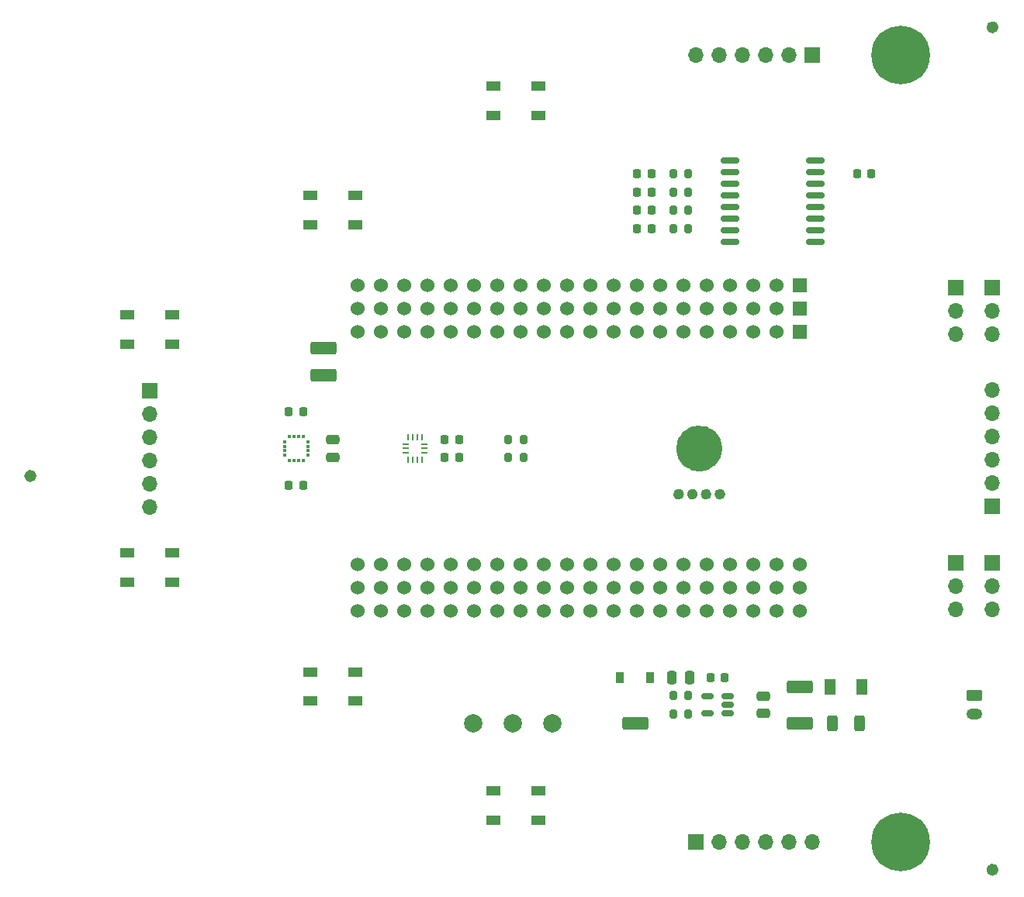
<source format=gbr>
G04 #@! TF.GenerationSoftware,KiCad,Pcbnew,(6.0.7)*
G04 #@! TF.CreationDate,2023-01-30T12:15:34-08:00*
G04 #@! TF.ProjectId,RobotDriver3,526f626f-7444-4726-9976-6572332e6b69,rev?*
G04 #@! TF.SameCoordinates,Original*
G04 #@! TF.FileFunction,Soldermask,Top*
G04 #@! TF.FilePolarity,Negative*
%FSLAX46Y46*%
G04 Gerber Fmt 4.6, Leading zero omitted, Abs format (unit mm)*
G04 Created by KiCad (PCBNEW (6.0.7)) date 2023-01-30 12:15:34*
%MOMM*%
%LPD*%
G01*
G04 APERTURE LIST*
G04 Aperture macros list*
%AMRoundRect*
0 Rectangle with rounded corners*
0 $1 Rounding radius*
0 $2 $3 $4 $5 $6 $7 $8 $9 X,Y pos of 4 corners*
0 Add a 4 corners polygon primitive as box body*
4,1,4,$2,$3,$4,$5,$6,$7,$8,$9,$2,$3,0*
0 Add four circle primitives for the rounded corners*
1,1,$1+$1,$2,$3*
1,1,$1+$1,$4,$5*
1,1,$1+$1,$6,$7*
1,1,$1+$1,$8,$9*
0 Add four rect primitives between the rounded corners*
20,1,$1+$1,$2,$3,$4,$5,0*
20,1,$1+$1,$4,$5,$6,$7,0*
20,1,$1+$1,$6,$7,$8,$9,0*
20,1,$1+$1,$8,$9,$2,$3,0*%
G04 Aperture macros list end*
%ADD10C,0.650000*%
%ADD11C,2.500000*%
%ADD12C,0.700000*%
%ADD13RoundRect,0.150000X0.512500X0.150000X-0.512500X0.150000X-0.512500X-0.150000X0.512500X-0.150000X0*%
%ADD14RoundRect,0.250000X-1.175000X-0.450000X1.175000X-0.450000X1.175000X0.450000X-1.175000X0.450000X0*%
%ADD15RoundRect,0.225000X-0.225000X-0.250000X0.225000X-0.250000X0.225000X0.250000X-0.225000X0.250000X0*%
%ADD16R,1.700000X1.700000*%
%ADD17O,1.700000X1.700000*%
%ADD18RoundRect,0.200000X-0.200000X-0.275000X0.200000X-0.275000X0.200000X0.275000X-0.200000X0.275000X0*%
%ADD19RoundRect,0.218750X0.218750X0.256250X-0.218750X0.256250X-0.218750X-0.256250X0.218750X-0.256250X0*%
%ADD20C,0.800000*%
%ADD21C,6.400000*%
%ADD22RoundRect,0.250000X0.312500X0.625000X-0.312500X0.625000X-0.312500X-0.625000X0.312500X-0.625000X0*%
%ADD23R,1.524000X1.524000*%
%ADD24C,1.524000*%
%ADD25RoundRect,0.250000X0.250000X0.475000X-0.250000X0.475000X-0.250000X-0.475000X0.250000X-0.475000X0*%
%ADD26R,1.500000X1.000000*%
%ADD27R,0.450000X0.300000*%
%ADD28R,0.300000X0.450000*%
%ADD29C,2.000000*%
%ADD30RoundRect,0.250000X-0.625000X0.350000X-0.625000X-0.350000X0.625000X-0.350000X0.625000X0.350000X0*%
%ADD31O,1.750000X1.200000*%
%ADD32R,1.300000X1.700000*%
%ADD33C,1.152000*%
%ADD34RoundRect,0.200000X0.200000X0.275000X-0.200000X0.275000X-0.200000X-0.275000X0.200000X-0.275000X0*%
%ADD35RoundRect,0.150000X-0.875000X-0.150000X0.875000X-0.150000X0.875000X0.150000X-0.875000X0.150000X0*%
%ADD36RoundRect,0.250000X0.475000X-0.250000X0.475000X0.250000X-0.475000X0.250000X-0.475000X-0.250000X0*%
%ADD37R,0.900000X1.200000*%
%ADD38R,0.250000X0.675000*%
%ADD39R,0.675000X0.250000*%
G04 APERTURE END LIST*
D10*
X87325000Y-63000000D02*
G75*
G03*
X87325000Y-63000000I-325000J0D01*
G01*
D11*
X161250000Y-60000000D02*
G75*
G03*
X161250000Y-60000000I-1250000J0D01*
G01*
D10*
X192325000Y-106000000D02*
G75*
G03*
X192325000Y-106000000I-325000J0D01*
G01*
X192325000Y-14000000D02*
G75*
G03*
X192325000Y-14000000I-325000J0D01*
G01*
D12*
X158000000Y-65000000D02*
G75*
G03*
X158000000Y-65000000I-250000J0D01*
G01*
X159500000Y-65000000D02*
G75*
G03*
X159500000Y-65000000I-250000J0D01*
G01*
X162500000Y-65000000D02*
G75*
G03*
X162500000Y-65000000I-250000J0D01*
G01*
X161000000Y-65000000D02*
G75*
G03*
X161000000Y-65000000I-250000J0D01*
G01*
D13*
X163137500Y-88950000D03*
X163137500Y-88000000D03*
X163137500Y-87050000D03*
X160862500Y-87050000D03*
X160862500Y-88950000D03*
D14*
X171000000Y-86000000D03*
D15*
X115225000Y-64000000D03*
X116775000Y-64000000D03*
D14*
X119000000Y-49000000D03*
D16*
X187975000Y-42475000D03*
D17*
X187975000Y-45015000D03*
X187975000Y-47555000D03*
D18*
X139175000Y-59000000D03*
X140825000Y-59000000D03*
X139175000Y-61000000D03*
X140825000Y-61000000D03*
D19*
X162787500Y-85000000D03*
X161212500Y-85000000D03*
D15*
X132225000Y-59000000D03*
X133775000Y-59000000D03*
D20*
X183697056Y-101302944D03*
D21*
X182000000Y-103000000D03*
D20*
X182000000Y-100600000D03*
X183697056Y-104697056D03*
X184400000Y-103000000D03*
X180302944Y-101302944D03*
X179600000Y-103000000D03*
X180302944Y-104697056D03*
X182000000Y-105400000D03*
D22*
X177462500Y-90000000D03*
X174537500Y-90000000D03*
D18*
X157175000Y-34000000D03*
X158825000Y-34000000D03*
D23*
X171020000Y-47300000D03*
X171020000Y-44760000D03*
X171020000Y-42220000D03*
D24*
X168480000Y-47300000D03*
X168480000Y-42220000D03*
X168480000Y-44760000D03*
X165940000Y-44760000D03*
X165940000Y-42220000D03*
X165940000Y-47300000D03*
X163400000Y-47300000D03*
X163400000Y-44760000D03*
X163400000Y-42220000D03*
X160860000Y-47300000D03*
X160860000Y-42220000D03*
X160860000Y-44760000D03*
X158320000Y-42220000D03*
X158320000Y-47300000D03*
X158320000Y-44760000D03*
X155780000Y-42220000D03*
X155780000Y-44760000D03*
X155780000Y-47300000D03*
X153240000Y-42220000D03*
X153240000Y-44760000D03*
X153240000Y-47300000D03*
X150700000Y-44760000D03*
X150700000Y-42220000D03*
X150700000Y-47300000D03*
X148160000Y-44760000D03*
X148160000Y-42220000D03*
X148160000Y-47300000D03*
X145620000Y-47300000D03*
X145620000Y-42220000D03*
X145620000Y-44760000D03*
X143080000Y-47300000D03*
X143080000Y-44760000D03*
X143080000Y-42220000D03*
X140540000Y-47300000D03*
X140540000Y-42220000D03*
X140540000Y-44760000D03*
X138000000Y-44760000D03*
X138000000Y-47300000D03*
X138000000Y-42220000D03*
X135460000Y-44760000D03*
X135460000Y-42220000D03*
X135460000Y-47300000D03*
X132920000Y-42220000D03*
X132920000Y-44760000D03*
X132920000Y-47300000D03*
X130380000Y-44760000D03*
X130380000Y-47300000D03*
X130380000Y-42220000D03*
X127840000Y-44760000D03*
X127840000Y-47300000D03*
X127840000Y-42220000D03*
X125300000Y-42220000D03*
X125300000Y-44760000D03*
X125300000Y-47300000D03*
X122760000Y-47300000D03*
X122760000Y-44760000D03*
X122760000Y-42220000D03*
X122760000Y-77780000D03*
X122760000Y-75240000D03*
X122760000Y-72700000D03*
X125300000Y-72700000D03*
X125300000Y-77780000D03*
X125300000Y-75240000D03*
X127840000Y-77780000D03*
X127840000Y-75240000D03*
X127840000Y-72700000D03*
X130380000Y-77780000D03*
X130380000Y-75240000D03*
X130380000Y-72700000D03*
X132920000Y-77780000D03*
X132920000Y-75240000D03*
X132920000Y-72700000D03*
X135460000Y-72700000D03*
X135460000Y-75240000D03*
X135460000Y-77780000D03*
X138000000Y-72700000D03*
X138000000Y-77780000D03*
X138000000Y-75240000D03*
X140540000Y-72700000D03*
X140540000Y-75240000D03*
X140540000Y-77780000D03*
X143080000Y-77780000D03*
X143080000Y-75240000D03*
X143080000Y-72700000D03*
X145620000Y-75240000D03*
X145620000Y-72700000D03*
X145620000Y-77780000D03*
X148160000Y-75240000D03*
X148160000Y-72700000D03*
X148160000Y-77780000D03*
X150700000Y-77780000D03*
X150700000Y-75240000D03*
X150700000Y-72700000D03*
X153240000Y-72700000D03*
X153240000Y-75240000D03*
X153240000Y-77780000D03*
X155780000Y-75240000D03*
X155780000Y-77780000D03*
X155780000Y-72700000D03*
X158320000Y-72700000D03*
X158320000Y-75240000D03*
X158320000Y-77780000D03*
X160860000Y-72700000D03*
X160860000Y-77780000D03*
X160860000Y-75240000D03*
X163400000Y-75240000D03*
X163400000Y-77780000D03*
X163400000Y-72700000D03*
X165940000Y-77780000D03*
X165940000Y-72700000D03*
X165940000Y-75240000D03*
X168480000Y-72700000D03*
X168480000Y-77780000D03*
X168480000Y-75240000D03*
X171020000Y-72700000D03*
X171020000Y-77780000D03*
X171020000Y-75240000D03*
D16*
X191975000Y-72475000D03*
D17*
X191975000Y-75015000D03*
X191975000Y-77555000D03*
D25*
X158950000Y-85000000D03*
X157050000Y-85000000D03*
D26*
X97550000Y-71400000D03*
X97550000Y-74600000D03*
X102450000Y-74600000D03*
X102450000Y-71400000D03*
X117550000Y-32400000D03*
X117550000Y-35600000D03*
X122450000Y-35600000D03*
X122450000Y-32400000D03*
D18*
X157175000Y-30000000D03*
X158825000Y-30000000D03*
D27*
X114725000Y-59250000D03*
X114725000Y-59750000D03*
X114725000Y-60250000D03*
X114725000Y-60750000D03*
D28*
X115250000Y-61275000D03*
X115750000Y-61275000D03*
X116250000Y-61275000D03*
X116750000Y-61275000D03*
D27*
X117275000Y-60750000D03*
X117275000Y-60250000D03*
X117275000Y-59750000D03*
X117275000Y-59250000D03*
D28*
X116750000Y-58725000D03*
X116250000Y-58725000D03*
X115750000Y-58725000D03*
X115250000Y-58725000D03*
D15*
X132225000Y-61000000D03*
X133775000Y-61000000D03*
D29*
X135300000Y-90000000D03*
D30*
X190000000Y-87000000D03*
D31*
X190000000Y-89000000D03*
D32*
X174250000Y-86000000D03*
X177750000Y-86000000D03*
D33*
X87000000Y-63000000D03*
D18*
X157175000Y-32000000D03*
X158825000Y-32000000D03*
D29*
X144000000Y-90000000D03*
D26*
X117550000Y-84400000D03*
X117550000Y-87600000D03*
X122450000Y-87600000D03*
X122450000Y-84400000D03*
X97550000Y-45400000D03*
X97550000Y-48600000D03*
X102450000Y-48600000D03*
X102450000Y-45400000D03*
D16*
X100025000Y-53675000D03*
D17*
X100025000Y-56215000D03*
X100025000Y-58755000D03*
X100025000Y-61295000D03*
X100025000Y-63835000D03*
X100025000Y-66375000D03*
D34*
X158825000Y-89000000D03*
X157175000Y-89000000D03*
D14*
X171000000Y-90000000D03*
D19*
X154787500Y-34000000D03*
X153212500Y-34000000D03*
D35*
X163350000Y-28555000D03*
X163350000Y-29825000D03*
X163350000Y-31095000D03*
X163350000Y-32365000D03*
X163350000Y-33635000D03*
X163350000Y-34905000D03*
X163350000Y-36175000D03*
X163350000Y-37445000D03*
X172650000Y-37445000D03*
X172650000Y-36175000D03*
X172650000Y-34905000D03*
X172650000Y-33635000D03*
X172650000Y-32365000D03*
X172650000Y-31095000D03*
X172650000Y-29825000D03*
X172650000Y-28555000D03*
D19*
X154787500Y-30000000D03*
X153212500Y-30000000D03*
D20*
X182000000Y-14600000D03*
X180302944Y-18697056D03*
X184400000Y-17000000D03*
X182000000Y-19400000D03*
X183697056Y-15302944D03*
X183697056Y-18697056D03*
X179600000Y-17000000D03*
D21*
X182000000Y-17000000D03*
D20*
X180302944Y-15302944D03*
D16*
X191975000Y-42475000D03*
D17*
X191975000Y-45015000D03*
X191975000Y-47555000D03*
D36*
X120000000Y-60950000D03*
X120000000Y-59050000D03*
D16*
X191975000Y-66350000D03*
D17*
X191975000Y-63810000D03*
X191975000Y-61270000D03*
X191975000Y-58730000D03*
X191975000Y-56190000D03*
X191975000Y-53650000D03*
D14*
X119000000Y-52000000D03*
D15*
X177225000Y-30000000D03*
X178775000Y-30000000D03*
D16*
X159675000Y-102975000D03*
D17*
X162215000Y-102975000D03*
X164755000Y-102975000D03*
X167295000Y-102975000D03*
X169835000Y-102975000D03*
X172375000Y-102975000D03*
D15*
X115225000Y-56000000D03*
X116775000Y-56000000D03*
D33*
X192000000Y-106000000D03*
D16*
X187975000Y-72475000D03*
D17*
X187975000Y-75015000D03*
X187975000Y-77555000D03*
D36*
X167000000Y-88950000D03*
X167000000Y-87050000D03*
D37*
X154650000Y-85000000D03*
X151350000Y-85000000D03*
D33*
X192000000Y-14000000D03*
D19*
X154787500Y-32000000D03*
X153212500Y-32000000D03*
D18*
X157175000Y-87000000D03*
X158825000Y-87000000D03*
D38*
X128250000Y-61262500D03*
X128750000Y-61262500D03*
X129250000Y-61262500D03*
X129750000Y-61262500D03*
D39*
X130012500Y-60500000D03*
X130012500Y-60000000D03*
X130012500Y-59500000D03*
D38*
X129750000Y-58737500D03*
X129250000Y-58737500D03*
X128750000Y-58737500D03*
X128250000Y-58737500D03*
D39*
X127987500Y-59500000D03*
X127987500Y-60000000D03*
X127987500Y-60500000D03*
D26*
X137550000Y-20400000D03*
X137550000Y-23600000D03*
X142450000Y-23600000D03*
X142450000Y-20400000D03*
D14*
X153000000Y-90000000D03*
D16*
X172325000Y-17025000D03*
D17*
X169785000Y-17025000D03*
X167245000Y-17025000D03*
X164705000Y-17025000D03*
X162165000Y-17025000D03*
X159625000Y-17025000D03*
D18*
X157175000Y-36000000D03*
X158825000Y-36000000D03*
D19*
X154787500Y-36000000D03*
X153212500Y-36000000D03*
D29*
X139650000Y-90000000D03*
D26*
X137550000Y-97400000D03*
X137550000Y-100600000D03*
X142450000Y-100600000D03*
X142450000Y-97400000D03*
M02*

</source>
